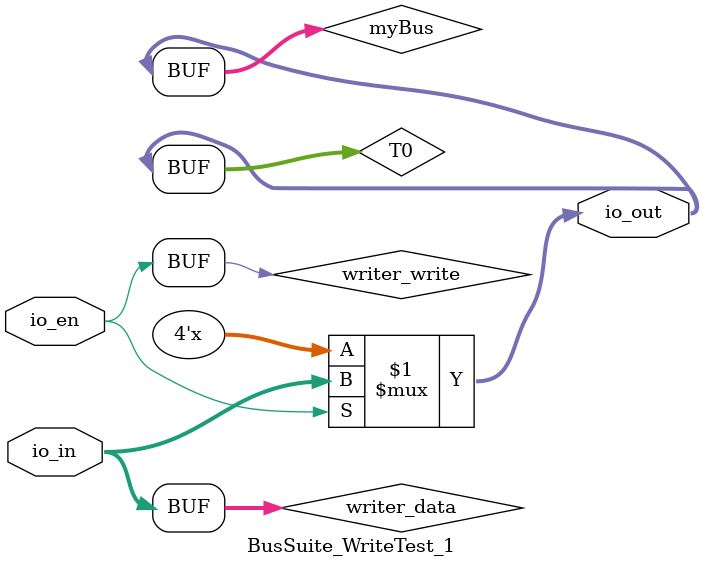
<source format=v>
module BusSuite_WriteTest_1(
    input [3:0] io_in,
    input  io_en,
    output[3:0] io_out
);

  wire[3:0] T0;
  wire[3:0] myBus;
  wire[3:0] writer_data;
  wire writer_write;


  assign io_out = T0;
  assign T0 = myBus;
  assign myBus = (writer_write) ? writer_data : 4'bzzzz;
  assign writer_data = io_in;
  assign writer_write = io_en;
endmodule


</source>
